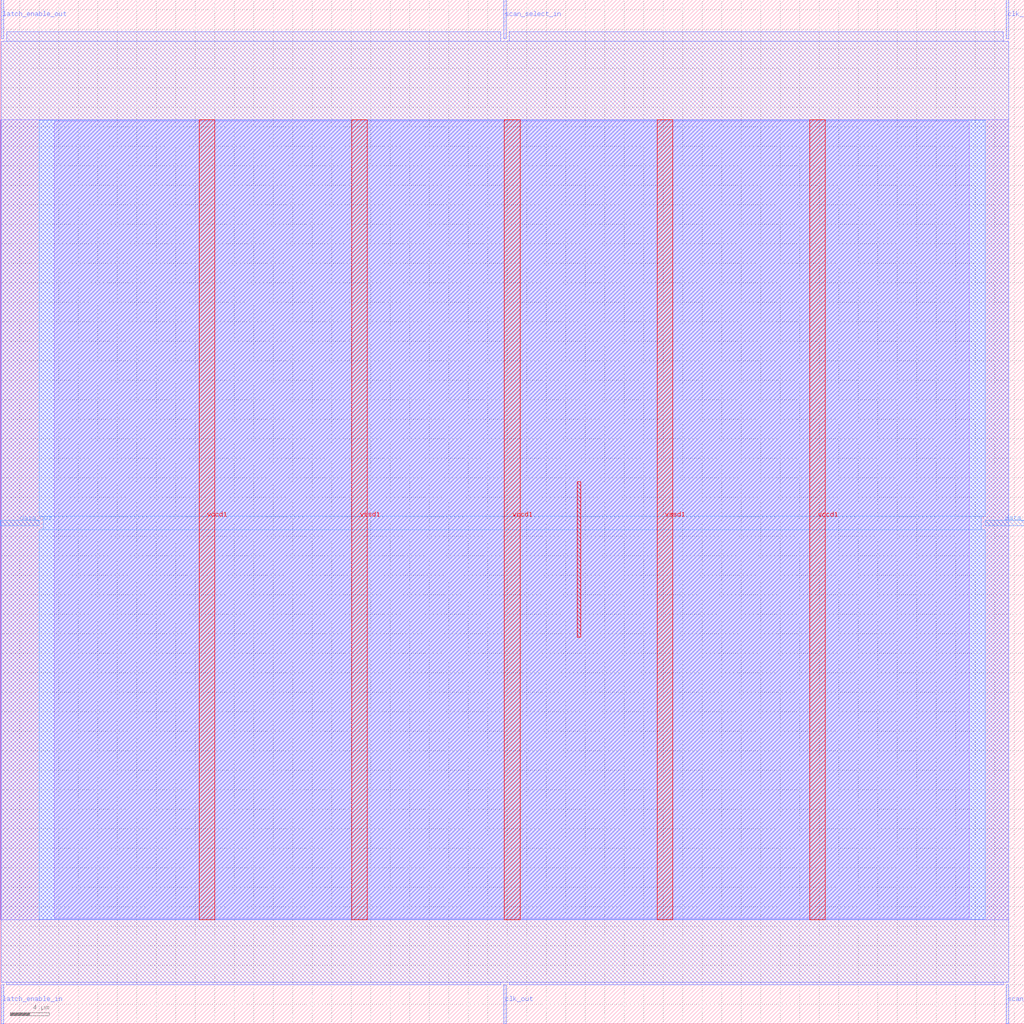
<source format=lef>
VERSION 5.7 ;
  NOWIREEXTENSIONATPIN ON ;
  DIVIDERCHAR "/" ;
  BUSBITCHARS "[]" ;
MACRO scan_wrapper_340318610245288530
  CLASS BLOCK ;
  FOREIGN scan_wrapper_340318610245288530 ;
  ORIGIN 0.000 0.000 ;
  SIZE 105.000 BY 105.000 ;
  PIN clk_in
    DIRECTION INPUT ;
    USE SIGNAL ;
    PORT
      LAYER met2 ;
        RECT 103.130 101.000 103.410 105.000 ;
    END
  END clk_in
  PIN clk_out
    DIRECTION OUTPUT TRISTATE ;
    USE SIGNAL ;
    PORT
      LAYER met2 ;
        RECT 51.610 0.000 51.890 4.000 ;
    END
  END clk_out
  PIN data_in
    DIRECTION INPUT ;
    USE SIGNAL ;
    PORT
      LAYER met3 ;
        RECT 101.000 51.040 105.000 51.640 ;
    END
  END data_in
  PIN data_out
    DIRECTION OUTPUT TRISTATE ;
    USE SIGNAL ;
    PORT
      LAYER met3 ;
        RECT 0.000 51.040 4.000 51.640 ;
    END
  END data_out
  PIN latch_enable_in
    DIRECTION INPUT ;
    USE SIGNAL ;
    PORT
      LAYER met2 ;
        RECT 0.090 0.000 0.370 4.000 ;
    END
  END latch_enable_in
  PIN latch_enable_out
    DIRECTION OUTPUT TRISTATE ;
    USE SIGNAL ;
    PORT
      LAYER met2 ;
        RECT 0.090 101.000 0.370 105.000 ;
    END
  END latch_enable_out
  PIN scan_select_in
    DIRECTION INPUT ;
    USE SIGNAL ;
    PORT
      LAYER met2 ;
        RECT 51.610 101.000 51.890 105.000 ;
    END
  END scan_select_in
  PIN scan_select_out
    DIRECTION OUTPUT TRISTATE ;
    USE SIGNAL ;
    PORT
      LAYER met2 ;
        RECT 103.130 0.000 103.410 4.000 ;
    END
  END scan_select_out
  PIN vccd1
    DIRECTION INPUT ;
    USE POWER ;
    PORT
      LAYER met4 ;
        RECT 20.380 10.640 21.980 92.720 ;
    END
    PORT
      LAYER met4 ;
        RECT 51.700 10.640 53.300 92.720 ;
    END
    PORT
      LAYER met4 ;
        RECT 83.020 10.640 84.620 92.720 ;
    END
  END vccd1
  PIN vssd1
    DIRECTION INPUT ;
    USE GROUND ;
    PORT
      LAYER met4 ;
        RECT 36.040 10.640 37.640 92.720 ;
    END
    PORT
      LAYER met4 ;
        RECT 67.360 10.640 68.960 92.720 ;
    END
  END vssd1
  OBS
      LAYER li1 ;
        RECT 5.520 10.795 99.360 92.565 ;
      LAYER met1 ;
        RECT 0.070 10.640 103.430 92.720 ;
      LAYER met2 ;
        RECT 0.650 100.720 51.330 101.730 ;
        RECT 52.170 100.720 102.850 101.730 ;
        RECT 0.100 4.280 103.400 100.720 ;
        RECT 0.650 4.000 51.330 4.280 ;
        RECT 52.170 4.000 102.850 4.280 ;
      LAYER met3 ;
        RECT 4.000 52.040 101.000 92.645 ;
        RECT 4.400 50.640 100.600 52.040 ;
        RECT 4.000 10.715 101.000 50.640 ;
      LAYER met4 ;
        RECT 59.175 39.615 59.505 55.585 ;
  END
END scan_wrapper_340318610245288530
END LIBRARY


</source>
